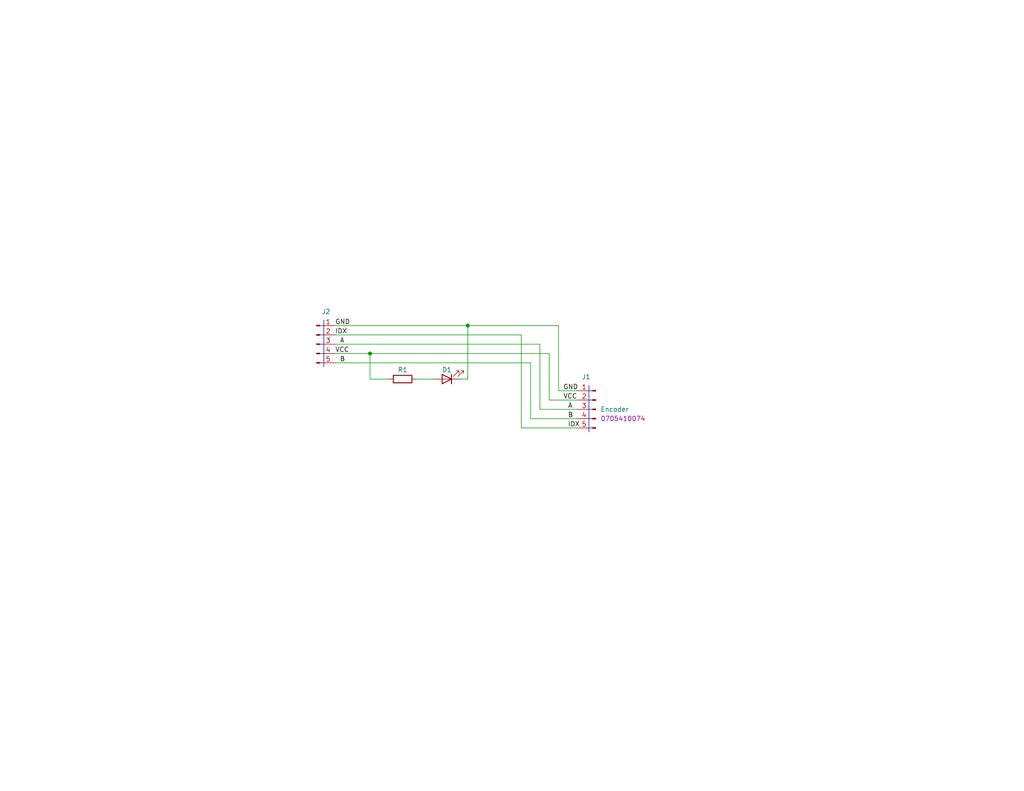
<source format=kicad_sch>
(kicad_sch (version 20211123) (generator eeschema)
  (paper "USLetter")
  (title_block (title "Shaft Encoder Adapter PCB") (date "2022-08-06") (rev "V1") (company "971 Spartan Robotics"))
  (lib_symbols
    (symbol "Connector:Conn_01x05_Male" (pin_names (offset 1.016) hide)
      (property "Reference" "J" (at 0 7.62 0))
      (property "Value" "Conn_01x05_Male" (at 0 -7.62 0))
      (symbol "Conn_01x05_Male_1_1"
        (polyline (pts (xy 1.27 -5.08) (xy 0.8636 -5.08)) (stroke (width 0.1524)))
        (polyline (pts (xy 1.27 -2.54) (xy 0.8636 -2.54)) (stroke (width 0.1524)))
        (polyline (pts (xy 1.27 0) (xy 0.8636 0)) (stroke (width 0.1524)))
        (polyline (pts (xy 1.27 2.54) (xy 0.8636 2.54)) (stroke (width 0.1524)))
        (polyline (pts (xy 1.27 5.08) (xy 0.8636 5.08)) (stroke (width 0.1524)))
        (rectangle (start 0.8636 -4.953) (end 0 -5.207) (stroke (width 0.1524)) (fill (type outline)))
        (rectangle (start 0.8636 -2.413) (end 0 -2.667) (stroke (width 0.1524)) (fill (type outline)))
        (rectangle (start 0.8636 0.127) (end 0 -0.127) (stroke (width 0.1524)) (fill (type outline)))
        (rectangle (start 0.8636 2.667) (end 0 2.413) (stroke (width 0.1524)) (fill (type outline)))
        (rectangle (start 0.8636 5.207) (end 0 4.953) (stroke (width 0.1524)) (fill (type outline)))
        (pin passive line (at 5.08 5.08 180) (length 3.81) (name "Pin_1") (number "1"))
        (pin passive line (at 5.08 2.54 180) (length 3.81) (name "Pin_2") (number "2"))
        (pin passive line (at 5.08 0 180) (length 3.81) (name "Pin_3") (number "3"))
        (pin passive line (at 5.08 -2.54 180) (length 3.81) (name "Pin_4") (number "4"))
        (pin passive line (at 5.08 -5.08 180) (length 3.81) (name "Pin_5") (number "5"))
      )
    )
    (symbol "Device:LED" (pin_numbers hide) (pin_names (offset 1.016) hide)
      (property "Reference" "D" (at 0 2.54 0))
      (property "Value" "LED" (at 0 -2.54 0))
      (symbol "LED_0_1"
        (polyline (pts (xy -1.27 -1.27) (xy -1.27 1.27)) (stroke (width 0.254)))
        (polyline (pts (xy -1.27 0) (xy 1.27 0)))
        (polyline (pts (xy 1.27 -1.27) (xy 1.27 1.27) (xy -1.27 0) (xy 1.27 -1.27)) (stroke (width 0.254)))
        (polyline (pts (xy -3.048 -0.762) (xy -4.572 -2.286) (xy -3.81 -2.286) (xy -4.572 -2.286) (xy -4.572 -1.524)))
        (polyline (pts (xy -1.778 -0.762) (xy -3.302 -2.286) (xy -2.54 -2.286) (xy -3.302 -2.286) (xy -3.302 -1.524)))
      )
      (symbol "LED_1_1"
        (pin passive line (at -3.81 0 0) (length 2.54) (name "K") (number "1"))
        (pin passive line (at 3.81 0 180) (length 2.54) (name "A") (number "2"))
      )
    )
    (symbol "Device:R" (pin_numbers hide) (pin_names (offset 0))
      (property "Reference" "R" (at 2.032 0 90))
      (property "Value" "R" (at 0 0 90))
      (symbol "R_0_1"
        (rectangle (start -1.016 -2.54) (end 1.016 2.54) (stroke (width 0.254)))
      )
      (symbol "R_1_1"
        (pin passive line (at 0 3.81 270) (length 1.27) (name "~") (number "1"))
        (pin passive line (at 0 -3.81 90) (length 1.27) (name "~") (number "2"))
      )
    )
  )
  (junction (at 127.635 88.9))
  (junction (at 100.965 96.52))
  (wire (pts (xy 144.78 114.3) (xy 157.48 114.3)))
  (polyline (pts (xy 88.3597 87.3967) (xy 88.3597 100.0967)) (stroke (width 0) (type solid)))
  (wire (pts (xy 113.665 103.505) (xy 118.11 103.505)))
  (wire (pts (xy 149.86 109.22) (xy 149.86 96.52)))
  (wire (pts (xy 91.44 96.52) (xy 100.965 96.52)))
  (wire (pts (xy 147.32 111.76) (xy 157.48 111.76)))
  (wire (pts (xy 127.635 88.9) (xy 127.635 103.505)))
  (wire (pts (xy 149.86 109.22) (xy 157.48 109.22)))
  (wire (pts (xy 152.4 106.68) (xy 157.48 106.68)))
  (wire (pts (xy 100.965 96.52) (xy 100.965 103.505)))
  (wire (pts (xy 147.32 111.76) (xy 147.32 93.98)))
  (wire (pts (xy 100.965 96.52) (xy 149.86 96.52)))
  (wire (pts (xy 91.44 91.44) (xy 142.24 91.44)))
  (wire (pts (xy 152.4 88.9) (xy 152.4 106.68)))
  (wire (pts (xy 144.78 114.3) (xy 144.78 99.06)))
  (wire (pts (xy 142.24 91.44) (xy 142.24 116.84)))
  (wire (pts (xy 91.44 93.98) (xy 147.32 93.98)))
  (wire (pts (xy 91.44 88.9) (xy 127.635 88.9)))
  (wire (pts (xy 91.44 99.06) (xy 144.78 99.06)))
  (wire (pts (xy 127.635 88.9) (xy 152.4 88.9)))
  (wire (pts (xy 127.635 103.505) (xy 125.73 103.505)))
  (polyline (pts (xy 160.6952 105.21) (xy 160.6952 117.91)) (stroke (width 0) (type solid)))
  (wire (pts (xy 100.965 103.505) (xy 106.045 103.505)))
  (wire (pts (xy 142.24 116.84) (xy 157.48 116.84)))
  (label "A" (at 92.71 93.98 0))
  (label "VCC" (at 153.67 109.22 0))
  (label "IDX" (at 91.44 91.44 0))
  (label "B" (at 92.71 99.06 0))
  (label "GND" (at 153.67 106.68 0))
  (label "IDX" (at 154.94 116.84 0))
  (label "B" (at 154.94 114.3 0))
  (label "GND" (at 91.44 88.9 0))
  (label "A" (at 154.94 111.76 0))
  (label "VCC" (at 91.44 96.52 0))
  (symbol (lib_id "Connector:Conn_01x05_Male") (at 162.56 111.76 0) (mirror y) (unit 1)
    (property "Reference" "J1" (at 158.75 102.87 0) (effects (justify right)))
    (property "Value" "Encoder" (at 163.83 111.7599 0) (effects (justify right)))
    (property "Footprint" "encoder_adapter:MOLEX_0705410074" (effects hide))
    (property "MFG" "Molex" (effects hide))
    (property "MFG P/N" "0705410074" (at 163.83 114.2999 0) (effects (justify right)))
  )
  (symbol (lib_id "Device:R") (at 109.855 103.505 90) (unit 1)
    (property "Reference" "R1" (at 109.855 100.965 90))
    (property "Value" "R" (effects hide))
    (property "Footprint" "Resistor_SMD:R_0805_2012Metric" (effects hide))
  )
  (symbol (lib_id "Device:LED") (at 121.92 103.505 180) (unit 1)
    (property "Reference" "D1" (at 121.92 100.965 0))
    (property "Value" "LED" (effects hide))
    (property "Footprint" "LED_SMD:LED_1206_3216Metric" (effects hide))
    (property "MFG P/N" "QTLP650D4TR" (effects hide))
  )
  (symbol (lib_id "Connector:Conn_01x05_Male") (at 86.36 93.98 0) (unit 1)
    (property "Reference" "J2" (at 90.17 85.09 0) (effects (justify right)))
    (property "Value" "Conn_01x05_Male" (effects hide))
    (property "Footprint" "Connector_PinHeader_2.54mm:PinHeader_1x05_P2.54mm_Vertical" (effects hide))
  )
)
</source>
